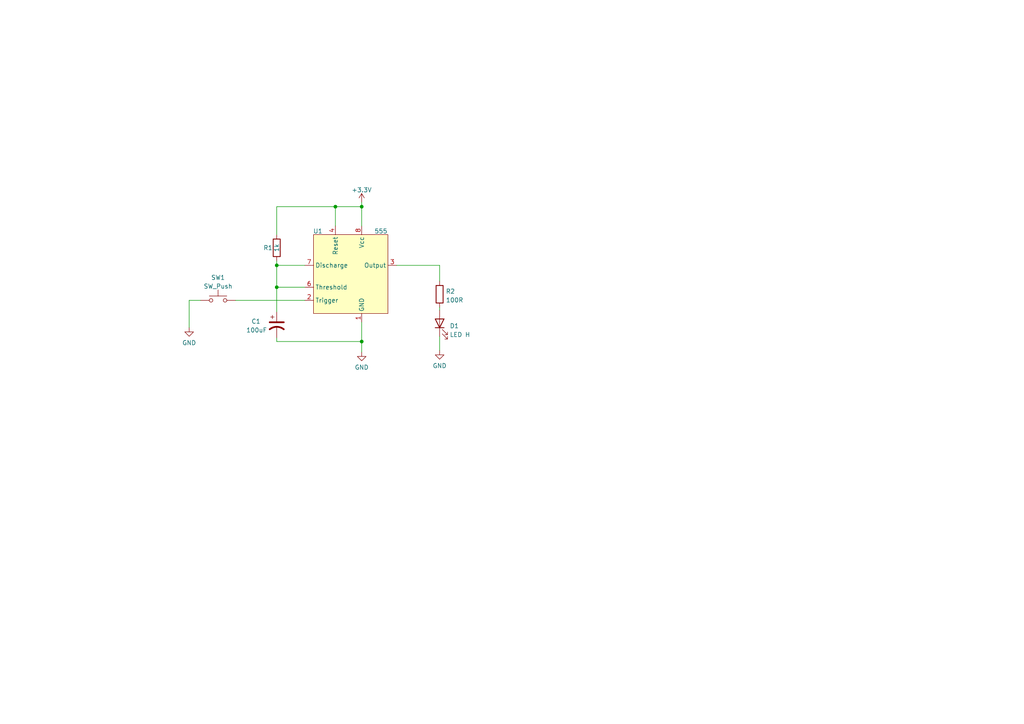
<source format=kicad_sch>
(kicad_sch (version 20211123) (generator eeschema)
  (paper "A4")
  (lib_symbols
    (symbol "555:555"
      (property "Reference" "U" (at -8.89 10.16 0))
      (property "Value" "555" (at 8.89 10.16 0))
      (symbol "555_0_1"
        (rectangle (start -10.16 8.89) (end 11.43 -13.97) (stroke (width 0.1524)) (fill (type background)))
      )
      (symbol "555_1_1"
        (pin input line (at 3.81 -16.51 90) (length 2.54) (name "GND") (number "1"))
        (pin input line (at -12.7 -10.16 0) (length 2.54) (name "Trigger") (number "2"))
        (pin input line (at 13.97 0 180) (length 2.54) (name "Output") (number "3"))
        (pin input line (at -3.81 11.43 270) (length 2.54) (name "Reset") (number "4"))
        (pin input line (at -12.7 -6.35 0) (length 2.54) (name "Threshold") (number "6"))
        (pin input line (at -12.7 0 0) (length 2.54) (name "Discharge") (number "7"))
        (pin input line (at 3.81 11.43 270) (length 2.54) (name "Vcc") (number "8"))
      )
    )
    (symbol "Device:C_Polarized_US" (pin_numbers hide) (pin_names (offset 0.254) hide)
      (property "Reference" "C" (at 0.635 2.54 0))
      (property "Value" "C_Polarized_US" (at 0.635 -2.54 0))
      (symbol "C_Polarized_US_0_1"
        (polyline (pts (xy -2.032 0.762) (xy 2.032 0.762)) (stroke (width 0.508)))
        (polyline (pts (xy -1.778 2.286) (xy -0.762 2.286)))
        (polyline (pts (xy -1.27 1.778) (xy -1.27 2.794)))
        (arc (start 2.032 -1.27) (mid 0 -0.5572) (end -2.032 -1.27) (stroke (width 0.508)))
      )
      (symbol "C_Polarized_US_1_1"
        (pin passive line (at 0 3.81 270) (length 2.794) (name "~") (number "1"))
        (pin passive line (at 0 -3.81 90) (length 3.302) (name "~") (number "2"))
      )
    )
    (symbol "Device:LED" (pin_numbers hide) (pin_names (offset 1.016) hide)
      (property "Reference" "D" (at 0 2.54 0))
      (property "Value" "LED" (at 0 -2.54 0))
      (symbol "LED_0_1"
        (polyline (pts (xy -1.27 -1.27) (xy -1.27 1.27)) (stroke (width 0.254)))
        (polyline (pts (xy -1.27 0) (xy 1.27 0)))
        (polyline (pts (xy 1.27 -1.27) (xy 1.27 1.27) (xy -1.27 0) (xy 1.27 -1.27)) (stroke (width 0.254)))
        (polyline (pts (xy -3.048 -0.762) (xy -4.572 -2.286) (xy -3.81 -2.286) (xy -4.572 -2.286) (xy -4.572 -1.524)))
        (polyline (pts (xy -1.778 -0.762) (xy -3.302 -2.286) (xy -2.54 -2.286) (xy -3.302 -2.286) (xy -3.302 -1.524)))
      )
      (symbol "LED_1_1"
        (pin passive line (at -3.81 0 0) (length 2.54) (name "K") (number "1"))
        (pin passive line (at 3.81 0 180) (length 2.54) (name "A") (number "2"))
      )
    )
    (symbol "Device:R" (pin_numbers hide) (pin_names (offset 0))
      (property "Reference" "R" (at 2.032 0 90))
      (property "Value" "R" (at 0 0 90))
      (symbol "R_0_1"
        (rectangle (start -1.016 -2.54) (end 1.016 2.54) (stroke (width 0.254)))
      )
      (symbol "R_1_1"
        (pin passive line (at 0 3.81 270) (length 1.27) (name "~") (number "1"))
        (pin passive line (at 0 -3.81 90) (length 1.27) (name "~") (number "2"))
      )
    )
    (symbol "Switch:SW_Push" (pin_numbers hide) (pin_names (offset 1.016) hide)
      (property "Reference" "SW" (at 1.27 2.54 0))
      (property "Value" "SW_Push" (at 0 -1.524 0))
      (symbol "SW_Push_0_1"
        (circle (center -2.032 0) (radius 0.508))
        (polyline (pts (xy 0 1.27) (xy 0 3.048)))
        (polyline (pts (xy 2.54 1.27) (xy -2.54 1.27)))
        (circle (center 2.032 0) (radius 0.508))
        (pin passive line (at -5.08 0 0) (length 2.54) (name "1") (number "1"))
        (pin passive line (at 5.08 0 180) (length 2.54) (name "2") (number "2"))
      )
    )
    (symbol "power:+3.3V" (power) (pin_names (offset 0))
      (property "Value" "+3.3V" (at 0 3.556 0))
      (symbol "+3.3V_0_1"
        (polyline (pts (xy -0.762 1.27) (xy 0 2.54)))
        (polyline (pts (xy 0 0) (xy 0 2.54)))
        (polyline (pts (xy 0 2.54) (xy 0.762 1.27)))
      )
      (symbol "+3.3V_1_1"
        (pin power_in line (at 0 0 90) (length 0) hide (name "+3.3V") (number "1"))
      )
    )
    (symbol "power:GND" (power) (pin_names (offset 0))
      (property "Value" "GND" (at 0 -3.81 0))
      (symbol "GND_0_1"
        (polyline (pts (xy 0 0) (xy 0 -1.27) (xy 1.27 -1.27) (xy 0 -2.54) (xy -1.27 -1.27) (xy 0 -1.27)))
      )
      (symbol "GND_1_1"
        (pin power_in line (at 0 0 270) (length 0) hide (name "GND") (number "1"))
      )
    )
  )
  (junction (at 80.264 83.312))
  (junction (at 80.264 76.962))
  (junction (at 104.902 59.944))
  (junction (at 97.282 59.944))
  (junction (at 104.902 99.06))
  (wire (pts (xy 80.264 83.312) (xy 88.392 83.312)))
  (wire (pts (xy 80.264 83.312) (xy 80.264 90.424)))
  (wire (pts (xy 80.264 98.044) (xy 80.264 99.06)))
  (wire (pts (xy 97.282 59.944) (xy 97.282 65.532)))
  (wire (pts (xy 104.902 59.944) (xy 104.902 65.532)))
  (wire (pts (xy 68.326 87.122) (xy 88.392 87.122)))
  (wire (pts (xy 104.902 99.06) (xy 104.902 93.472)))
  (wire (pts (xy 104.902 99.06) (xy 104.902 102.108)))
  (wire (pts (xy 80.264 76.962) (xy 80.264 83.312)))
  (wire (pts (xy 80.264 76.962) (xy 88.392 76.962)))
  (wire (pts (xy 97.282 59.944) (xy 104.902 59.944)))
  (wire (pts (xy 127.508 89.154) (xy 127.508 89.9668)))
  (wire (pts (xy 127.508 97.5868) (xy 127.508 101.6508)))
  (wire (pts (xy 58.166 87.122) (xy 54.864 87.122)))
  (wire (pts (xy 54.864 87.122) (xy 54.864 94.996)))
  (wire (pts (xy 104.902 58.674) (xy 104.902 59.944)))
  (wire (pts (xy 80.264 59.944) (xy 97.282 59.944)))
  (wire (pts (xy 80.264 75.692) (xy 80.264 76.962)))
  (wire (pts (xy 80.264 99.06) (xy 104.902 99.06)))
  (wire (pts (xy 115.062 76.962) (xy 127.508 76.962)))
  (wire (pts (xy 80.264 68.072) (xy 80.264 59.944)))
  (wire (pts (xy 127.508 76.962) (xy 127.508 81.534)))
  (symbol (lib_id "555:555") (at 101.092 76.962 0) (unit 1)
    (property "Reference" "U1" (at 92.202 67.056 0))
    (property "Value" "555" (at 110.49 67.056 0))
  )
  (symbol (lib_id "Device:C_Polarized_US") (at 80.264 94.234 0) (unit 1)
    (property "Reference" "C1" (at 72.898 93.218 0) (effects (justify left)))
    (property "Value" "100uF" (at 71.374 95.758 0) (effects (justify left)))
  )
  (symbol (lib_id "Switch:SW_Push") (at 63.246 87.122 0) (unit 1)
    (property "Reference" "SW1" (at 63.246 80.5012 0))
    (property "Value" "SW_Push" (at 63.246 83.0381 0))
  )
  (symbol (lib_id "power:GND") (at 104.902 102.108 0) (unit 1)
    (property "Reference" "#PWR?" (effects hide))
    (property "Value" "GND" (at 104.902 106.5514 0))
  )
  (symbol (lib_id "power:+3.3V") (at 104.902 58.674 0) (unit 1)
    (property "Reference" "#PWR?" (effects hide))
    (property "Value" "+3.3V" (at 104.902 55.0982 0))
  )
  (symbol (lib_id "Device:LED") (at 127.508 93.7768 90) (unit 1)
    (property "Reference" "D1" (at 130.429 94.5296 90) (effects (justify right)))
    (property "Value" "LED H" (at 130.429 97.0665 90) (effects (justify right)))
  )
  (symbol (lib_id "Device:R") (at 80.264 71.882 180) (unit 1)
    (property "Reference" "R1" (at 77.724 71.882 0))
    (property "Value" "1k" (at 80.264 71.882 90))
  )
  (symbol (lib_id "power:GND") (at 127.508 101.6508 0) (unit 1)
    (property "Reference" "#PWR?" (effects hide))
    (property "Value" "GND" (at 127.508 106.0942 0))
  )
  (symbol (lib_id "power:GND") (at 54.864 94.996 0) (unit 1)
    (property "Reference" "#PWR?" (effects hide))
    (property "Value" "GND" (at 54.864 99.4394 0))
  )
  (symbol (lib_id "Device:R") (at 127.508 85.344 0) (unit 1)
    (property "Reference" "R2" (at 129.286 84.5093 0) (effects (justify left)))
    (property "Value" "100R" (at 129.286 87.0462 0) (effects (justify left)))
  )
)
</source>
